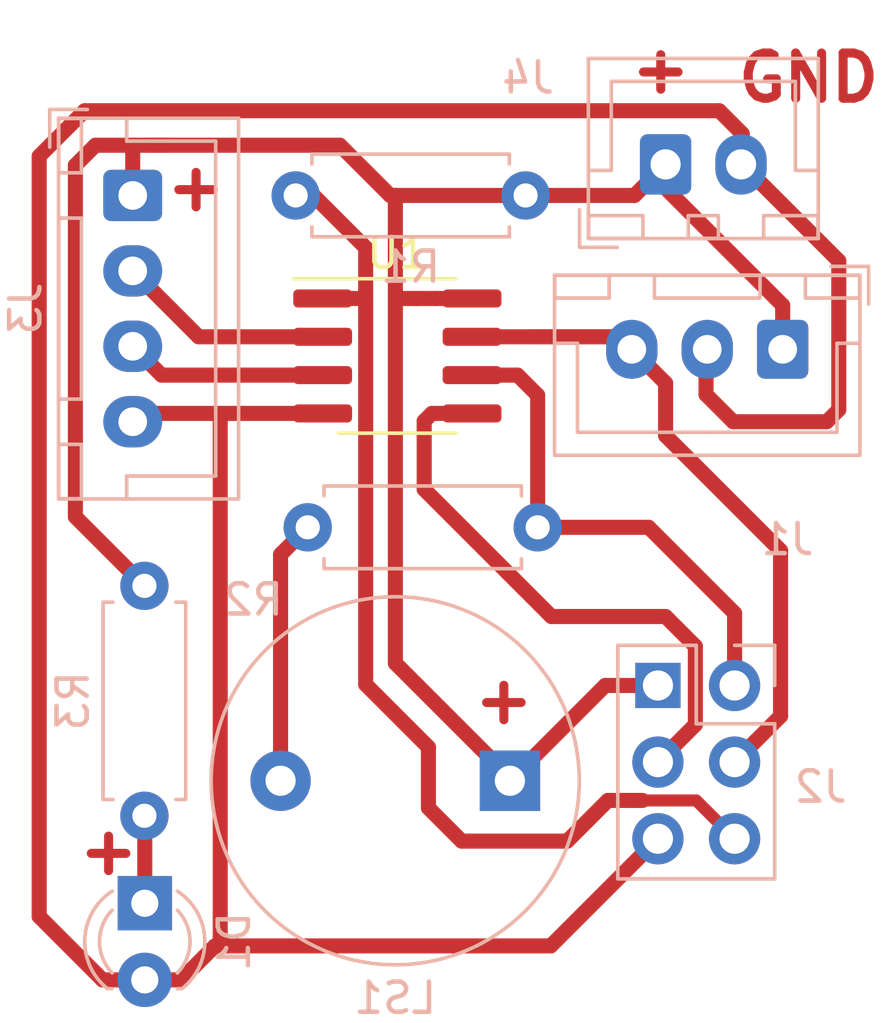
<source format=kicad_pcb>
(kicad_pcb (version 20171130) (host pcbnew "(5.1.9)-1")

  (general
    (thickness 1.6)
    (drawings 5)
    (tracks 95)
    (zones 0)
    (modules 10)
    (nets 11)
  )

  (page A4)
  (layers
    (0 F.Cu signal)
    (31 B.Cu signal)
    (32 B.Adhes user)
    (33 F.Adhes user)
    (34 B.Paste user)
    (35 F.Paste user)
    (36 B.SilkS user)
    (37 F.SilkS user)
    (38 B.Mask user)
    (39 F.Mask user)
    (40 Dwgs.User user)
    (41 Cmts.User user)
    (42 Eco1.User user)
    (43 Eco2.User user)
    (44 Edge.Cuts user)
    (45 Margin user)
    (46 B.CrtYd user)
    (47 F.CrtYd user)
    (48 B.Fab user)
    (49 F.Fab user)
  )

  (setup
    (last_trace_width 0.2)
    (user_trace_width 0.2)
    (user_trace_width 0.3)
    (user_trace_width 0.4)
    (user_trace_width 0.5)
    (trace_clearance 0.2)
    (zone_clearance 0.508)
    (zone_45_only no)
    (trace_min 0.2)
    (via_size 0.8)
    (via_drill 0.4)
    (via_min_size 0.4)
    (via_min_drill 0.3)
    (uvia_size 0.3)
    (uvia_drill 0.1)
    (uvias_allowed no)
    (uvia_min_size 0.2)
    (uvia_min_drill 0.1)
    (edge_width 0.05)
    (segment_width 0.2)
    (pcb_text_width 0.3)
    (pcb_text_size 1.5 1.5)
    (mod_edge_width 0.12)
    (mod_text_size 1 1)
    (mod_text_width 0.15)
    (pad_size 2 2)
    (pad_drill 1)
    (pad_to_mask_clearance 0)
    (aux_axis_origin 0 0)
    (visible_elements 7FFFFFFF)
    (pcbplotparams
      (layerselection 0x02000_7fffffff)
      (usegerberextensions false)
      (usegerberattributes true)
      (usegerberadvancedattributes true)
      (creategerberjobfile true)
      (excludeedgelayer false)
      (linewidth 0.100000)
      (plotframeref false)
      (viasonmask false)
      (mode 1)
      (useauxorigin false)
      (hpglpennumber 1)
      (hpglpenspeed 20)
      (hpglpendiameter 15.000000)
      (psnegative false)
      (psa4output false)
      (plotreference true)
      (plotvalue true)
      (plotinvisibletext false)
      (padsonsilk false)
      (subtractmaskfromsilk false)
      (outputformat 5)
      (mirror true)
      (drillshape 1)
      (scaleselection 1)
      (outputdirectory ""))
  )

  (net 0 "")
  (net 1 "Net-(D1-Pad1)")
  (net 2 "Net-(D1-Pad2)")
  (net 3 "Net-(J1-Pad1)")
  (net 4 "Net-(J1-Pad3)")
  (net 5 "Net-(J2-Pad1)")
  (net 6 "Net-(J2-Pad4)")
  (net 7 "Net-(J2-Pad5)")
  (net 8 "Net-(J3-Pad2)")
  (net 9 "Net-(J3-Pad3)")
  (net 10 "Net-(LS1-Pad1)")

  (net_class Default "This is the default net class."
    (clearance 0.2)
    (trace_width 0.25)
    (via_dia 0.8)
    (via_drill 0.4)
    (uvia_dia 0.3)
    (uvia_drill 0.1)
    (add_net "Net-(D1-Pad1)")
    (add_net "Net-(D1-Pad2)")
    (add_net "Net-(J1-Pad1)")
    (add_net "Net-(J1-Pad3)")
    (add_net "Net-(J2-Pad1)")
    (add_net "Net-(J2-Pad4)")
    (add_net "Net-(J2-Pad5)")
    (add_net "Net-(J3-Pad2)")
    (add_net "Net-(J3-Pad3)")
    (add_net "Net-(LS1-Pad1)")
  )

  (module Buzzer_Beeper:Buzzer_12x9.5RM7.6 (layer B.Cu) (tedit 60016F9D) (tstamp 6000A50D)
    (at 22.8 186.8)
    (descr "Generic Buzzer, D12mm height 9.5mm with RM7.6mm")
    (tags buzzer)
    (path /6000D536)
    (fp_text reference LS1 (at 3.8 7.2) (layer B.SilkS)
      (effects (font (size 1 1) (thickness 0.15)) (justify mirror))
    )
    (fp_text value Speaker_Crystal (at 3.8 -7.4) (layer B.Fab)
      (effects (font (size 1 1) (thickness 0.15)) (justify mirror))
    )
    (fp_text user %R (at 3.8 4) (layer B.Fab)
      (effects (font (size 1 1) (thickness 0.15)) (justify mirror))
    )
    (fp_circle (center 3.8 0) (end 10.05 0) (layer B.CrtYd) (width 0.05))
    (fp_circle (center 3.8 0) (end 9.8 0) (layer B.Fab) (width 0.1))
    (fp_circle (center 3.8 0) (end 4.8 0) (layer B.Fab) (width 0.1))
    (fp_circle (center 3.8 0) (end 9.9 0) (layer B.SilkS) (width 0.12))
    (pad 1 thru_hole oval (at 0 0) (size 2 2) (drill 1) (layers *.Cu *.Mask)
      (net 10 "Net-(LS1-Pad1)"))
    (pad 2 thru_hole rect (at 7.6 0) (size 2 2) (drill 1) (layers *.Cu *.Mask)
      (net 3 "Net-(J1-Pad1)"))
    (model ${KISYS3DMOD}/Buzzer_Beeper.3dshapes/Buzzer_12x9.5RM7.6.wrl
      (at (xyz 0 0 0))
      (scale (xyz 1 1 1))
      (rotate (xyz 0 0 0))
    )
  )

  (module LED_THT:LED_D3.0mm_Clear (layer B.Cu) (tedit 60016F21) (tstamp 6001BAB2)
    (at 18.3 193.4 90)
    (descr "IR-LED, diameter 3.0mm, 2 pins, color: clear")
    (tags "IR infrared LED diameter 3.0mm 2 pins clear")
    (path /60025FB9)
    (fp_text reference D1 (at 1.27 2.96 90) (layer B.SilkS)
      (effects (font (size 1 1) (thickness 0.15)) (justify mirror))
    )
    (fp_text value LED (at 1.27 -2.96 90) (layer B.Fab)
      (effects (font (size 1 1) (thickness 0.15)) (justify mirror))
    )
    (fp_text user %R (at 1.47 0 90) (layer B.Fab)
      (effects (font (size 0.8 0.8) (thickness 0.12)) (justify mirror))
    )
    (fp_arc (start 1.27 0) (end -0.23 1.16619) (angle -284.3) (layer B.Fab) (width 0.1))
    (fp_arc (start 1.27 0) (end -0.29 1.235516) (angle -108.8) (layer B.SilkS) (width 0.12))
    (fp_arc (start 1.27 0) (end -0.29 -1.235516) (angle 108.8) (layer B.SilkS) (width 0.12))
    (fp_arc (start 1.27 0) (end 0.229039 1.08) (angle -87.9) (layer B.SilkS) (width 0.12))
    (fp_arc (start 1.27 0) (end 0.229039 -1.08) (angle 87.9) (layer B.SilkS) (width 0.12))
    (fp_line (start -0.23 1.16619) (end -0.23 -1.16619) (layer B.Fab) (width 0.1))
    (fp_line (start -0.29 1.236) (end -0.29 1.08) (layer B.SilkS) (width 0.12))
    (fp_line (start -0.29 -1.08) (end -0.29 -1.236) (layer B.SilkS) (width 0.12))
    (fp_line (start -1.15 2.25) (end -1.15 -2.25) (layer B.CrtYd) (width 0.05))
    (fp_line (start -1.15 -2.25) (end 3.7 -2.25) (layer B.CrtYd) (width 0.05))
    (fp_line (start 3.7 -2.25) (end 3.7 2.25) (layer B.CrtYd) (width 0.05))
    (fp_line (start 3.7 2.25) (end -1.15 2.25) (layer B.CrtYd) (width 0.05))
    (fp_circle (center 1.27 0) (end 2.77 0) (layer B.Fab) (width 0.1))
    (pad 1 thru_hole oval (at 0 0 90) (size 1.8 1.8) (drill 0.9) (layers *.Cu *.Mask)
      (net 1 "Net-(D1-Pad1)"))
    (pad 2 thru_hole rect (at 2.54 0 90) (size 1.8 1.8) (drill 0.9) (layers *.Cu *.Mask)
      (net 2 "Net-(D1-Pad2)"))
    (model ${KISYS3DMOD}/LED_THT.3dshapes/LED_D3.0mm_Clear.wrl
      (at (xyz 0 0 0))
      (scale (xyz 1 1 1))
      (rotate (xyz 0 0 0))
    )
  )

  (module Resistor_THT:R_Axial_DIN0207_L6.3mm_D2.5mm_P7.62mm_Horizontal (layer B.Cu) (tedit 5AE5139B) (tstamp 60009188)
    (at 23.7 178.4)
    (descr "Resistor, Axial_DIN0207 series, Axial, Horizontal, pin pitch=7.62mm, 0.25W = 1/4W, length*diameter=6.3*2.5mm^2, http://cdn-reichelt.de/documents/datenblatt/B400/1_4W%23YAG.pdf")
    (tags "Resistor Axial_DIN0207 series Axial Horizontal pin pitch 7.62mm 0.25W = 1/4W length 6.3mm diameter 2.5mm")
    (path /600081E0)
    (fp_text reference R2 (at -1.8 2.4) (layer B.SilkS)
      (effects (font (size 1 1) (thickness 0.15)) (justify mirror))
    )
    (fp_text value "1 K" (at 8.8 2.6) (layer B.Fab)
      (effects (font (size 1 1) (thickness 0.15)) (justify mirror))
    )
    (fp_line (start 0.66 1.25) (end 0.66 -1.25) (layer B.Fab) (width 0.1))
    (fp_line (start 0.66 -1.25) (end 6.96 -1.25) (layer B.Fab) (width 0.1))
    (fp_line (start 6.96 -1.25) (end 6.96 1.25) (layer B.Fab) (width 0.1))
    (fp_line (start 6.96 1.25) (end 0.66 1.25) (layer B.Fab) (width 0.1))
    (fp_line (start 0 0) (end 0.66 0) (layer B.Fab) (width 0.1))
    (fp_line (start 7.62 0) (end 6.96 0) (layer B.Fab) (width 0.1))
    (fp_line (start 0.54 1.04) (end 0.54 1.37) (layer B.SilkS) (width 0.12))
    (fp_line (start 0.54 1.37) (end 7.08 1.37) (layer B.SilkS) (width 0.12))
    (fp_line (start 7.08 1.37) (end 7.08 1.04) (layer B.SilkS) (width 0.12))
    (fp_line (start 0.54 -1.04) (end 0.54 -1.37) (layer B.SilkS) (width 0.12))
    (fp_line (start 0.54 -1.37) (end 7.08 -1.37) (layer B.SilkS) (width 0.12))
    (fp_line (start 7.08 -1.37) (end 7.08 -1.04) (layer B.SilkS) (width 0.12))
    (fp_line (start -1.05 1.5) (end -1.05 -1.5) (layer B.CrtYd) (width 0.05))
    (fp_line (start -1.05 -1.5) (end 8.67 -1.5) (layer B.CrtYd) (width 0.05))
    (fp_line (start 8.67 -1.5) (end 8.67 1.5) (layer B.CrtYd) (width 0.05))
    (fp_line (start 8.67 1.5) (end -1.05 1.5) (layer B.CrtYd) (width 0.05))
    (fp_text user %R (at 3.81 0) (layer B.Fab)
      (effects (font (size 1 1) (thickness 0.15)) (justify mirror))
    )
    (pad 1 thru_hole circle (at 0 0) (size 1.6 1.6) (drill 0.8) (layers *.Cu *.Mask)
      (net 10 "Net-(LS1-Pad1)"))
    (pad 2 thru_hole oval (at 7.62 0) (size 1.6 1.6) (drill 0.8) (layers *.Cu *.Mask)
      (net 5 "Net-(J2-Pad1)"))
    (model ${KISYS3DMOD}/Resistor_THT.3dshapes/R_Axial_DIN0207_L6.3mm_D2.5mm_P7.62mm_Horizontal.wrl
      (at (xyz 0 0 0))
      (scale (xyz 1 1 1))
      (rotate (xyz 0 0 0))
    )
  )

  (module Connector_PinHeader_2.54mm:PinHeader_2x03_P2.54mm_Vertical (layer B.Cu) (tedit 6000ABB5) (tstamp 6000A50C)
    (at 37.846 183.642 180)
    (descr "Through hole straight pin header, 2x03, 2.54mm pitch, double rows")
    (tags "Through hole pin header THT 2x03 2.54mm double row")
    (path /60028A69)
    (fp_text reference J2 (at -2.854 -3.358) (layer B.SilkS)
      (effects (font (size 1 1) (thickness 0.15)) (justify mirror))
    )
    (fp_text value ICSP (at 1.27 -8.458) (layer B.Fab)
      (effects (font (size 1 1) (thickness 0.15)) (justify mirror))
    )
    (fp_line (start 4.35 1.8) (end -1.8 1.8) (layer B.CrtYd) (width 0.05))
    (fp_line (start 4.35 -6.85) (end 4.35 1.8) (layer B.CrtYd) (width 0.05))
    (fp_line (start -1.8 -6.85) (end 4.35 -6.85) (layer B.CrtYd) (width 0.05))
    (fp_line (start -1.8 1.8) (end -1.8 -6.85) (layer B.CrtYd) (width 0.05))
    (fp_line (start -1.33 1.33) (end 0 1.33) (layer B.SilkS) (width 0.12))
    (fp_line (start -1.33 0) (end -1.33 1.33) (layer B.SilkS) (width 0.12))
    (fp_line (start 1.27 1.33) (end 3.87 1.33) (layer B.SilkS) (width 0.12))
    (fp_line (start 1.27 -1.27) (end 1.27 1.33) (layer B.SilkS) (width 0.12))
    (fp_line (start -1.33 -1.27) (end 1.27 -1.27) (layer B.SilkS) (width 0.12))
    (fp_line (start 3.87 1.33) (end 3.87 -6.41) (layer B.SilkS) (width 0.12))
    (fp_line (start -1.33 -1.27) (end -1.33 -6.41) (layer B.SilkS) (width 0.12))
    (fp_line (start -1.33 -6.41) (end 3.87 -6.41) (layer B.SilkS) (width 0.12))
    (fp_line (start -1.27 0) (end 0 1.27) (layer B.Fab) (width 0.1))
    (fp_line (start -1.27 -6.35) (end -1.27 0) (layer B.Fab) (width 0.1))
    (fp_line (start 3.81 -6.35) (end -1.27 -6.35) (layer B.Fab) (width 0.1))
    (fp_line (start 3.81 1.27) (end 3.81 -6.35) (layer B.Fab) (width 0.1))
    (fp_line (start 0 1.27) (end 3.81 1.27) (layer B.Fab) (width 0.1))
    (fp_text user %R (at 1.27 -2.54 270) (layer B.Fab)
      (effects (font (size 1 1) (thickness 0.15)) (justify mirror))
    )
    (pad 6 thru_hole oval (at 2.54 -5.08 180) (size 1.7 1.7) (drill 1) (layers *.Cu *.Mask)
      (net 1 "Net-(D1-Pad1)"))
    (pad 5 thru_hole oval (at 0 -5.08 180) (size 1.7 1.7) (drill 1) (layers *.Cu *.Mask)
      (net 7 "Net-(J2-Pad5)"))
    (pad 4 thru_hole oval (at 2.54 -2.54 180) (size 1.7 1.7) (drill 1) (layers *.Cu *.Mask)
      (net 6 "Net-(J2-Pad4)"))
    (pad 3 thru_hole oval (at 0 -2.54 180) (size 1.7 1.7) (drill 1) (layers *.Cu *.Mask)
      (net 4 "Net-(J1-Pad3)"))
    (pad 2 thru_hole rect (at 2.54 0 180) (size 1.5 1.5) (drill 1) (layers *.Cu *.Mask)
      (net 3 "Net-(J1-Pad1)"))
    (pad 1 thru_hole oval (at 0 0 180) (size 1.7 1.7) (drill 1) (layers *.Cu *.Mask)
      (net 5 "Net-(J2-Pad1)"))
    (model ${KISYS3DMOD}/Connector_PinHeader_2.54mm.3dshapes/PinHeader_2x03_P2.54mm_Vertical.wrl
      (at (xyz 0 0 0))
      (scale (xyz 1 1 1))
      (rotate (xyz 0 0 0))
    )
  )

  (module Resistor_THT:R_Axial_DIN0207_L6.3mm_D2.5mm_P7.62mm_Horizontal (layer B.Cu) (tedit 5AE5139B) (tstamp 6000B38A)
    (at 23.3 167.4)
    (descr "Resistor, Axial_DIN0207 series, Axial, Horizontal, pin pitch=7.62mm, 0.25W = 1/4W, length*diameter=6.3*2.5mm^2, http://cdn-reichelt.de/documents/datenblatt/B400/1_4W%23YAG.pdf")
    (tags "Resistor Axial_DIN0207 series Axial Horizontal pin pitch 7.62mm 0.25W = 1/4W length 6.3mm diameter 2.5mm")
    (path /6000469C)
    (fp_text reference R1 (at 3.81 2.37) (layer B.SilkS)
      (effects (font (size 1 1) (thickness 0.15)) (justify mirror))
    )
    (fp_text value "10 K" (at 3.81 -2.37) (layer B.Fab)
      (effects (font (size 1 1) (thickness 0.15)) (justify mirror))
    )
    (fp_line (start 8.67 1.5) (end -1.05 1.5) (layer B.CrtYd) (width 0.05))
    (fp_line (start 8.67 -1.5) (end 8.67 1.5) (layer B.CrtYd) (width 0.05))
    (fp_line (start -1.05 -1.5) (end 8.67 -1.5) (layer B.CrtYd) (width 0.05))
    (fp_line (start -1.05 1.5) (end -1.05 -1.5) (layer B.CrtYd) (width 0.05))
    (fp_line (start 7.08 -1.37) (end 7.08 -1.04) (layer B.SilkS) (width 0.12))
    (fp_line (start 0.54 -1.37) (end 7.08 -1.37) (layer B.SilkS) (width 0.12))
    (fp_line (start 0.54 -1.04) (end 0.54 -1.37) (layer B.SilkS) (width 0.12))
    (fp_line (start 7.08 1.37) (end 7.08 1.04) (layer B.SilkS) (width 0.12))
    (fp_line (start 0.54 1.37) (end 7.08 1.37) (layer B.SilkS) (width 0.12))
    (fp_line (start 0.54 1.04) (end 0.54 1.37) (layer B.SilkS) (width 0.12))
    (fp_line (start 7.62 0) (end 6.96 0) (layer B.Fab) (width 0.1))
    (fp_line (start 0 0) (end 0.66 0) (layer B.Fab) (width 0.1))
    (fp_line (start 6.96 1.25) (end 0.66 1.25) (layer B.Fab) (width 0.1))
    (fp_line (start 6.96 -1.25) (end 6.96 1.25) (layer B.Fab) (width 0.1))
    (fp_line (start 0.66 -1.25) (end 6.96 -1.25) (layer B.Fab) (width 0.1))
    (fp_line (start 0.66 1.25) (end 0.66 -1.25) (layer B.Fab) (width 0.1))
    (fp_text user %R (at 3.81 0) (layer B.Fab)
      (effects (font (size 1 1) (thickness 0.15)) (justify mirror))
    )
    (pad 2 thru_hole oval (at 7.62 0) (size 1.6 1.6) (drill 0.8) (layers *.Cu *.Mask)
      (net 3 "Net-(J1-Pad1)"))
    (pad 1 thru_hole circle (at 0 0) (size 1.6 1.6) (drill 0.8) (layers *.Cu *.Mask)
      (net 7 "Net-(J2-Pad5)"))
    (model ${KISYS3DMOD}/Resistor_THT.3dshapes/R_Axial_DIN0207_L6.3mm_D2.5mm_P7.62mm_Horizontal.wrl
      (at (xyz 0 0 0))
      (scale (xyz 1 1 1))
      (rotate (xyz 0 0 0))
    )
  )

  (module Resistor_THT:R_Axial_DIN0207_L6.3mm_D2.5mm_P7.62mm_Horizontal (layer B.Cu) (tedit 5AE5139B) (tstamp 6001C0C1)
    (at 18.288 180.34 270)
    (descr "Resistor, Axial_DIN0207 series, Axial, Horizontal, pin pitch=7.62mm, 0.25W = 1/4W, length*diameter=6.3*2.5mm^2, http://cdn-reichelt.de/documents/datenblatt/B400/1_4W%23YAG.pdf")
    (tags "Resistor Axial_DIN0207 series Axial Horizontal pin pitch 7.62mm 0.25W = 1/4W length 6.3mm diameter 2.5mm")
    (path /6001FE02)
    (fp_text reference R3 (at 3.81 2.37 270) (layer B.SilkS)
      (effects (font (size 1 1) (thickness 0.15)) (justify mirror))
    )
    (fp_text value 470 (at 0.66 2.588 270) (layer B.Fab)
      (effects (font (size 1 1) (thickness 0.15)) (justify mirror))
    )
    (fp_line (start 8.67 1.5) (end -1.05 1.5) (layer B.CrtYd) (width 0.05))
    (fp_line (start 8.67 -1.5) (end 8.67 1.5) (layer B.CrtYd) (width 0.05))
    (fp_line (start -1.05 -1.5) (end 8.67 -1.5) (layer B.CrtYd) (width 0.05))
    (fp_line (start -1.05 1.5) (end -1.05 -1.5) (layer B.CrtYd) (width 0.05))
    (fp_line (start 7.08 -1.37) (end 7.08 -1.04) (layer B.SilkS) (width 0.12))
    (fp_line (start 0.54 -1.37) (end 7.08 -1.37) (layer B.SilkS) (width 0.12))
    (fp_line (start 0.54 -1.04) (end 0.54 -1.37) (layer B.SilkS) (width 0.12))
    (fp_line (start 7.08 1.37) (end 7.08 1.04) (layer B.SilkS) (width 0.12))
    (fp_line (start 0.54 1.37) (end 7.08 1.37) (layer B.SilkS) (width 0.12))
    (fp_line (start 0.54 1.04) (end 0.54 1.37) (layer B.SilkS) (width 0.12))
    (fp_line (start 7.62 0) (end 6.96 0) (layer B.Fab) (width 0.1))
    (fp_line (start 0 0) (end 0.66 0) (layer B.Fab) (width 0.1))
    (fp_line (start 6.96 1.25) (end 0.66 1.25) (layer B.Fab) (width 0.1))
    (fp_line (start 6.96 -1.25) (end 6.96 1.25) (layer B.Fab) (width 0.1))
    (fp_line (start 0.66 -1.25) (end 6.96 -1.25) (layer B.Fab) (width 0.1))
    (fp_line (start 0.66 1.25) (end 0.66 -1.25) (layer B.Fab) (width 0.1))
    (fp_text user %R (at 3.81 0 270) (layer B.Fab)
      (effects (font (size 1 1) (thickness 0.15)) (justify mirror))
    )
    (pad 2 thru_hole oval (at 7.62 0 270) (size 1.6 1.6) (drill 0.8) (layers *.Cu *.Mask)
      (net 2 "Net-(D1-Pad2)"))
    (pad 1 thru_hole circle (at 0 0 270) (size 1.6 1.6) (drill 0.8) (layers *.Cu *.Mask)
      (net 3 "Net-(J1-Pad1)"))
    (model ${KISYS3DMOD}/Resistor_THT.3dshapes/R_Axial_DIN0207_L6.3mm_D2.5mm_P7.62mm_Horizontal.wrl
      (at (xyz 0 0 0))
      (scale (xyz 1 1 1))
      (rotate (xyz 0 0 0))
    )
  )

  (module Package_SO:SOIC-8_3.9x4.9mm_P1.27mm (layer F.Cu) (tedit 5D9F72B1) (tstamp 600091B9)
    (at 26.67 172.72)
    (descr "SOIC, 8 Pin (JEDEC MS-012AA, https://www.analog.com/media/en/package-pcb-resources/package/pkg_pdf/soic_narrow-r/r_8.pdf), generated with kicad-footprint-generator ipc_gullwing_generator.py")
    (tags "SOIC SO")
    (path /60003B81)
    (attr smd)
    (fp_text reference U1 (at 0 -3.4) (layer F.SilkS)
      (effects (font (size 1 1) (thickness 0.15)))
    )
    (fp_text value ATtiny13A-SSU (at 0 3.4) (layer F.Fab)
      (effects (font (size 1 1) (thickness 0.15)))
    )
    (fp_line (start 3.7 -2.7) (end -3.7 -2.7) (layer F.CrtYd) (width 0.05))
    (fp_line (start 3.7 2.7) (end 3.7 -2.7) (layer F.CrtYd) (width 0.05))
    (fp_line (start -3.7 2.7) (end 3.7 2.7) (layer F.CrtYd) (width 0.05))
    (fp_line (start -3.7 -2.7) (end -3.7 2.7) (layer F.CrtYd) (width 0.05))
    (fp_line (start -1.95 -1.475) (end -0.975 -2.45) (layer F.Fab) (width 0.1))
    (fp_line (start -1.95 2.45) (end -1.95 -1.475) (layer F.Fab) (width 0.1))
    (fp_line (start 1.95 2.45) (end -1.95 2.45) (layer F.Fab) (width 0.1))
    (fp_line (start 1.95 -2.45) (end 1.95 2.45) (layer F.Fab) (width 0.1))
    (fp_line (start -0.975 -2.45) (end 1.95 -2.45) (layer F.Fab) (width 0.1))
    (fp_line (start 0 -2.56) (end -3.45 -2.56) (layer F.SilkS) (width 0.12))
    (fp_line (start 0 -2.56) (end 1.95 -2.56) (layer F.SilkS) (width 0.12))
    (fp_line (start 0 2.56) (end -1.95 2.56) (layer F.SilkS) (width 0.12))
    (fp_line (start 0 2.56) (end 1.95 2.56) (layer F.SilkS) (width 0.12))
    (fp_text user %R (at 0 0) (layer F.Fab)
      (effects (font (size 0.98 0.98) (thickness 0.15)))
    )
    (pad 8 smd roundrect (at 2.475 -1.905) (size 1.95 0.6) (layers F.Cu F.Paste F.Mask) (roundrect_rratio 0.25)
      (net 3 "Net-(J1-Pad1)"))
    (pad 7 smd roundrect (at 2.475 -0.635) (size 1.95 0.6) (layers F.Cu F.Paste F.Mask) (roundrect_rratio 0.25)
      (net 4 "Net-(J1-Pad3)"))
    (pad 6 smd roundrect (at 2.475 0.635) (size 1.95 0.6) (layers F.Cu F.Paste F.Mask) (roundrect_rratio 0.25)
      (net 5 "Net-(J2-Pad1)"))
    (pad 5 smd roundrect (at 2.475 1.905) (size 1.95 0.6) (layers F.Cu F.Paste F.Mask) (roundrect_rratio 0.25)
      (net 6 "Net-(J2-Pad4)"))
    (pad 4 smd roundrect (at -2.475 1.905) (size 1.95 0.6) (layers F.Cu F.Paste F.Mask) (roundrect_rratio 0.25)
      (net 1 "Net-(D1-Pad1)"))
    (pad 3 smd roundrect (at -2.475 0.635) (size 1.95 0.6) (layers F.Cu F.Paste F.Mask) (roundrect_rratio 0.25)
      (net 9 "Net-(J3-Pad3)"))
    (pad 2 smd roundrect (at -2.475 -0.635) (size 1.95 0.6) (layers F.Cu F.Paste F.Mask) (roundrect_rratio 0.25)
      (net 8 "Net-(J3-Pad2)"))
    (pad 1 smd roundrect (at -2.475 -1.905) (size 1.95 0.6) (layers F.Cu F.Paste F.Mask) (roundrect_rratio 0.25)
      (net 7 "Net-(J2-Pad5)"))
    (model ${KISYS3DMOD}/Package_SO.3dshapes/SOIC-8_3.9x4.9mm_P1.27mm.wrl
      (at (xyz 0 0 0))
      (scale (xyz 1 1 1))
      (rotate (xyz 0 0 0))
    )
  )

  (module Connector_JST:JST_XH_B3B-XH-A_1x03_P2.50mm_Vertical (layer B.Cu) (tedit 5C28146C) (tstamp 6001B846)
    (at 39.44 172.5 180)
    (descr "JST XH series connector, B3B-XH-A (http://www.jst-mfg.com/product/pdf/eng/eXH.pdf), generated with kicad-footprint-generator")
    (tags "connector JST XH vertical")
    (path /6000BAC1)
    (fp_text reference J1 (at -0.16 -6.3) (layer B.SilkS)
      (effects (font (size 1 1) (thickness 0.15)) (justify mirror))
    )
    (fp_text value "Current sensor" (at 2.5 -4.6) (layer B.Fab)
      (effects (font (size 1 1) (thickness 0.15)) (justify mirror))
    )
    (fp_line (start -2.85 2.75) (end -2.85 1.5) (layer B.SilkS) (width 0.12))
    (fp_line (start -1.6 2.75) (end -2.85 2.75) (layer B.SilkS) (width 0.12))
    (fp_line (start 6.8 -2.75) (end 2.5 -2.75) (layer B.SilkS) (width 0.12))
    (fp_line (start 6.8 0.2) (end 6.8 -2.75) (layer B.SilkS) (width 0.12))
    (fp_line (start 7.55 0.2) (end 6.8 0.2) (layer B.SilkS) (width 0.12))
    (fp_line (start -1.8 -2.75) (end 2.5 -2.75) (layer B.SilkS) (width 0.12))
    (fp_line (start -1.8 0.2) (end -1.8 -2.75) (layer B.SilkS) (width 0.12))
    (fp_line (start -2.55 0.2) (end -1.8 0.2) (layer B.SilkS) (width 0.12))
    (fp_line (start 7.55 2.45) (end 5.75 2.45) (layer B.SilkS) (width 0.12))
    (fp_line (start 7.55 1.7) (end 7.55 2.45) (layer B.SilkS) (width 0.12))
    (fp_line (start 5.75 1.7) (end 7.55 1.7) (layer B.SilkS) (width 0.12))
    (fp_line (start 5.75 2.45) (end 5.75 1.7) (layer B.SilkS) (width 0.12))
    (fp_line (start -0.75 2.45) (end -2.55 2.45) (layer B.SilkS) (width 0.12))
    (fp_line (start -0.75 1.7) (end -0.75 2.45) (layer B.SilkS) (width 0.12))
    (fp_line (start -2.55 1.7) (end -0.75 1.7) (layer B.SilkS) (width 0.12))
    (fp_line (start -2.55 2.45) (end -2.55 1.7) (layer B.SilkS) (width 0.12))
    (fp_line (start 4.25 2.45) (end 0.75 2.45) (layer B.SilkS) (width 0.12))
    (fp_line (start 4.25 1.7) (end 4.25 2.45) (layer B.SilkS) (width 0.12))
    (fp_line (start 0.75 1.7) (end 4.25 1.7) (layer B.SilkS) (width 0.12))
    (fp_line (start 0.75 2.45) (end 0.75 1.7) (layer B.SilkS) (width 0.12))
    (fp_line (start 0 1.35) (end 0.625 2.35) (layer B.Fab) (width 0.1))
    (fp_line (start -0.625 2.35) (end 0 1.35) (layer B.Fab) (width 0.1))
    (fp_line (start 7.95 2.85) (end -2.95 2.85) (layer B.CrtYd) (width 0.05))
    (fp_line (start 7.95 -3.9) (end 7.95 2.85) (layer B.CrtYd) (width 0.05))
    (fp_line (start -2.95 -3.9) (end 7.95 -3.9) (layer B.CrtYd) (width 0.05))
    (fp_line (start -2.95 2.85) (end -2.95 -3.9) (layer B.CrtYd) (width 0.05))
    (fp_line (start 7.56 2.46) (end -2.56 2.46) (layer B.SilkS) (width 0.12))
    (fp_line (start 7.56 -3.51) (end 7.56 2.46) (layer B.SilkS) (width 0.12))
    (fp_line (start -2.56 -3.51) (end 7.56 -3.51) (layer B.SilkS) (width 0.12))
    (fp_line (start -2.56 2.46) (end -2.56 -3.51) (layer B.SilkS) (width 0.12))
    (fp_line (start 7.45 2.35) (end -2.45 2.35) (layer B.Fab) (width 0.1))
    (fp_line (start 7.45 -3.4) (end 7.45 2.35) (layer B.Fab) (width 0.1))
    (fp_line (start -2.45 -3.4) (end 7.45 -3.4) (layer B.Fab) (width 0.1))
    (fp_line (start -2.45 2.35) (end -2.45 -3.4) (layer B.Fab) (width 0.1))
    (pad 1 thru_hole roundrect (at 0 0 180) (size 1.7 1.95) (drill 0.95) (layers *.Cu *.Mask) (roundrect_rratio 0.1470588235294118)
      (net 3 "Net-(J1-Pad1)"))
    (pad 2 thru_hole oval (at 2.5 0 180) (size 1.7 1.95) (drill 0.95) (layers *.Cu *.Mask)
      (net 1 "Net-(D1-Pad1)"))
    (pad 3 thru_hole oval (at 5 0 180) (size 1.7 1.95) (drill 0.95) (layers *.Cu *.Mask)
      (net 4 "Net-(J1-Pad3)"))
    (model ${KISYS3DMOD}/Connector_JST.3dshapes/JST_XH_B3B-XH-A_1x03_P2.50mm_Vertical.wrl
      (at (xyz 0 0 0))
      (scale (xyz 1 1 1))
      (rotate (xyz 0 0 0))
    )
  )

  (module Connector_JST:JST_XH_B4B-XH-A_1x04_P2.50mm_Vertical (layer B.Cu) (tedit 5C28146C) (tstamp 6001B940)
    (at 17.9 167.4 270)
    (descr "JST XH series connector, B4B-XH-A (http://www.jst-mfg.com/product/pdf/eng/eXH.pdf), generated with kicad-footprint-generator")
    (tags "connector JST XH vertical")
    (path /6000B24E)
    (fp_text reference J3 (at 3.75 3.55 90) (layer B.SilkS)
      (effects (font (size 1 1) (thickness 0.15)) (justify mirror))
    )
    (fp_text value "Relay box" (at 3.75 -4.6 90) (layer B.Fab)
      (effects (font (size 1 1) (thickness 0.15)) (justify mirror))
    )
    (fp_line (start -2.85 2.75) (end -2.85 1.5) (layer B.SilkS) (width 0.12))
    (fp_line (start -1.6 2.75) (end -2.85 2.75) (layer B.SilkS) (width 0.12))
    (fp_line (start 9.3 -2.75) (end 3.75 -2.75) (layer B.SilkS) (width 0.12))
    (fp_line (start 9.3 0.2) (end 9.3 -2.75) (layer B.SilkS) (width 0.12))
    (fp_line (start 10.05 0.2) (end 9.3 0.2) (layer B.SilkS) (width 0.12))
    (fp_line (start -1.8 -2.75) (end 3.75 -2.75) (layer B.SilkS) (width 0.12))
    (fp_line (start -1.8 0.2) (end -1.8 -2.75) (layer B.SilkS) (width 0.12))
    (fp_line (start -2.55 0.2) (end -1.8 0.2) (layer B.SilkS) (width 0.12))
    (fp_line (start 10.05 2.45) (end 8.25 2.45) (layer B.SilkS) (width 0.12))
    (fp_line (start 10.05 1.7) (end 10.05 2.45) (layer B.SilkS) (width 0.12))
    (fp_line (start 8.25 1.7) (end 10.05 1.7) (layer B.SilkS) (width 0.12))
    (fp_line (start 8.25 2.45) (end 8.25 1.7) (layer B.SilkS) (width 0.12))
    (fp_line (start -0.75 2.45) (end -2.55 2.45) (layer B.SilkS) (width 0.12))
    (fp_line (start -0.75 1.7) (end -0.75 2.45) (layer B.SilkS) (width 0.12))
    (fp_line (start -2.55 1.7) (end -0.75 1.7) (layer B.SilkS) (width 0.12))
    (fp_line (start -2.55 2.45) (end -2.55 1.7) (layer B.SilkS) (width 0.12))
    (fp_line (start 6.75 2.45) (end 0.75 2.45) (layer B.SilkS) (width 0.12))
    (fp_line (start 6.75 1.7) (end 6.75 2.45) (layer B.SilkS) (width 0.12))
    (fp_line (start 0.75 1.7) (end 6.75 1.7) (layer B.SilkS) (width 0.12))
    (fp_line (start 0.75 2.45) (end 0.75 1.7) (layer B.SilkS) (width 0.12))
    (fp_line (start 0 1.35) (end 0.625 2.35) (layer B.Fab) (width 0.1))
    (fp_line (start -0.625 2.35) (end 0 1.35) (layer B.Fab) (width 0.1))
    (fp_line (start 10.45 2.85) (end -2.95 2.85) (layer B.CrtYd) (width 0.05))
    (fp_line (start 10.45 -3.9) (end 10.45 2.85) (layer B.CrtYd) (width 0.05))
    (fp_line (start -2.95 -3.9) (end 10.45 -3.9) (layer B.CrtYd) (width 0.05))
    (fp_line (start -2.95 2.85) (end -2.95 -3.9) (layer B.CrtYd) (width 0.05))
    (fp_line (start 10.06 2.46) (end -2.56 2.46) (layer B.SilkS) (width 0.12))
    (fp_line (start 10.06 -3.51) (end 10.06 2.46) (layer B.SilkS) (width 0.12))
    (fp_line (start -2.56 -3.51) (end 10.06 -3.51) (layer B.SilkS) (width 0.12))
    (fp_line (start -2.56 2.46) (end -2.56 -3.51) (layer B.SilkS) (width 0.12))
    (fp_line (start 9.95 2.35) (end -2.45 2.35) (layer B.Fab) (width 0.1))
    (fp_line (start 9.95 -3.4) (end 9.95 2.35) (layer B.Fab) (width 0.1))
    (fp_line (start -2.45 -3.4) (end 9.95 -3.4) (layer B.Fab) (width 0.1))
    (fp_line (start -2.45 2.35) (end -2.45 -3.4) (layer B.Fab) (width 0.1))
    (fp_text user %R (at 3.75 -2.7 90) (layer B.Fab)
      (effects (font (size 1 1) (thickness 0.15)) (justify mirror))
    )
    (pad 1 thru_hole roundrect (at 0 0 270) (size 1.7 1.95) (drill 0.95) (layers *.Cu *.Mask) (roundrect_rratio 0.1470588235294118)
      (net 3 "Net-(J1-Pad1)"))
    (pad 2 thru_hole oval (at 2.5 0 270) (size 1.7 1.95) (drill 0.95) (layers *.Cu *.Mask)
      (net 8 "Net-(J3-Pad2)"))
    (pad 3 thru_hole oval (at 5 0 270) (size 1.7 1.95) (drill 0.95) (layers *.Cu *.Mask)
      (net 9 "Net-(J3-Pad3)"))
    (pad 4 thru_hole oval (at 7.5 0 270) (size 1.7 1.95) (drill 0.95) (layers *.Cu *.Mask)
      (net 1 "Net-(D1-Pad1)"))
    (model ${KISYS3DMOD}/Connector_JST.3dshapes/JST_XH_B4B-XH-A_1x04_P2.50mm_Vertical.wrl
      (at (xyz 0 0 0))
      (scale (xyz 1 1 1))
      (rotate (xyz 0 0 0))
    )
  )

  (module Connector_JST:JST_XH_B2B-XH-A_1x02_P2.50mm_Vertical (layer B.Cu) (tedit 5C28146C) (tstamp 6001B899)
    (at 35.56 166.37)
    (descr "JST XH series connector, B2B-XH-A (http://www.jst-mfg.com/product/pdf/eng/eXH.pdf), generated with kicad-footprint-generator")
    (tags "connector JST XH vertical")
    (path /60009436)
    (fp_text reference J4 (at -4.56 -2.87) (layer B.SilkS)
      (effects (font (size 1 1) (thickness 0.15)) (justify mirror))
    )
    (fp_text value "Power supply" (at 1.25 -4.6) (layer B.Fab)
      (effects (font (size 1 1) (thickness 0.15)) (justify mirror))
    )
    (fp_line (start -2.85 2.75) (end -2.85 1.5) (layer B.SilkS) (width 0.12))
    (fp_line (start -1.6 2.75) (end -2.85 2.75) (layer B.SilkS) (width 0.12))
    (fp_line (start 4.3 -2.75) (end 1.25 -2.75) (layer B.SilkS) (width 0.12))
    (fp_line (start 4.3 0.2) (end 4.3 -2.75) (layer B.SilkS) (width 0.12))
    (fp_line (start 5.05 0.2) (end 4.3 0.2) (layer B.SilkS) (width 0.12))
    (fp_line (start -1.8 -2.75) (end 1.25 -2.75) (layer B.SilkS) (width 0.12))
    (fp_line (start -1.8 0.2) (end -1.8 -2.75) (layer B.SilkS) (width 0.12))
    (fp_line (start -2.55 0.2) (end -1.8 0.2) (layer B.SilkS) (width 0.12))
    (fp_line (start 5.05 2.45) (end 3.25 2.45) (layer B.SilkS) (width 0.12))
    (fp_line (start 5.05 1.7) (end 5.05 2.45) (layer B.SilkS) (width 0.12))
    (fp_line (start 3.25 1.7) (end 5.05 1.7) (layer B.SilkS) (width 0.12))
    (fp_line (start 3.25 2.45) (end 3.25 1.7) (layer B.SilkS) (width 0.12))
    (fp_line (start -0.75 2.45) (end -2.55 2.45) (layer B.SilkS) (width 0.12))
    (fp_line (start -0.75 1.7) (end -0.75 2.45) (layer B.SilkS) (width 0.12))
    (fp_line (start -2.55 1.7) (end -0.75 1.7) (layer B.SilkS) (width 0.12))
    (fp_line (start -2.55 2.45) (end -2.55 1.7) (layer B.SilkS) (width 0.12))
    (fp_line (start 1.75 2.45) (end 0.75 2.45) (layer B.SilkS) (width 0.12))
    (fp_line (start 1.75 1.7) (end 1.75 2.45) (layer B.SilkS) (width 0.12))
    (fp_line (start 0.75 1.7) (end 1.75 1.7) (layer B.SilkS) (width 0.12))
    (fp_line (start 0.75 2.45) (end 0.75 1.7) (layer B.SilkS) (width 0.12))
    (fp_line (start 0 1.35) (end 0.625 2.35) (layer B.Fab) (width 0.1))
    (fp_line (start -0.625 2.35) (end 0 1.35) (layer B.Fab) (width 0.1))
    (fp_line (start 5.45 2.85) (end -2.95 2.85) (layer B.CrtYd) (width 0.05))
    (fp_line (start 5.45 -3.9) (end 5.45 2.85) (layer B.CrtYd) (width 0.05))
    (fp_line (start -2.95 -3.9) (end 5.45 -3.9) (layer B.CrtYd) (width 0.05))
    (fp_line (start -2.95 2.85) (end -2.95 -3.9) (layer B.CrtYd) (width 0.05))
    (fp_line (start 5.06 2.46) (end -2.56 2.46) (layer B.SilkS) (width 0.12))
    (fp_line (start 5.06 -3.51) (end 5.06 2.46) (layer B.SilkS) (width 0.12))
    (fp_line (start -2.56 -3.51) (end 5.06 -3.51) (layer B.SilkS) (width 0.12))
    (fp_line (start -2.56 2.46) (end -2.56 -3.51) (layer B.SilkS) (width 0.12))
    (fp_line (start 4.95 2.35) (end -2.45 2.35) (layer B.Fab) (width 0.1))
    (fp_line (start 4.95 -3.4) (end 4.95 2.35) (layer B.Fab) (width 0.1))
    (fp_line (start -2.45 -3.4) (end 4.95 -3.4) (layer B.Fab) (width 0.1))
    (fp_line (start -2.45 2.35) (end -2.45 -3.4) (layer B.Fab) (width 0.1))
    (pad 1 thru_hole roundrect (at 0 0) (size 1.7 2) (drill 1) (layers *.Cu *.Mask) (roundrect_rratio 0.1470588235294118)
      (net 3 "Net-(J1-Pad1)"))
    (pad 2 thru_hole oval (at 2.5 0) (size 1.7 2) (drill 1) (layers *.Cu *.Mask)
      (net 1 "Net-(D1-Pad1)"))
    (model ${KISYS3DMOD}/Connector_JST.3dshapes/JST_XH_B2B-XH-A_1x02_P2.50mm_Vertical.wrl
      (at (xyz 0 0 0))
      (scale (xyz 1 1 1))
      (rotate (xyz 0 0 0))
    )
  )

  (gr_text + (at 20 167.1) (layer F.Cu) (tstamp 6001C557)
    (effects (font (size 1.5 1.5) (thickness 0.3)))
  )
  (gr_text + (at 17.1 189.1) (layer F.Cu) (tstamp 6001C557)
    (effects (font (size 1.5 1.5) (thickness 0.3)))
  )
  (gr_text + (at 30.2 184.1) (layer F.Cu) (tstamp 6001C3B0)
    (effects (font (size 1.5 1.5) (thickness 0.3)))
  )
  (gr_text GND (at 40.3 163.5) (layer F.Cu)
    (effects (font (size 1.5 1.5) (thickness 0.3)))
  )
  (gr_text + (at 35.4 163.2) (layer F.Cu)
    (effects (font (size 1.5 1.5) (thickness 0.3)))
  )

  (segment (start 31.754 192.274) (end 21.082 192.274) (width 0.5) (layer F.Cu) (net 1))
  (segment (start 35.306 188.722) (end 31.754 192.274) (width 0.5) (layer F.Cu) (net 1))
  (segment (start 36.9 174) (end 36.9 172.5) (width 0.5) (layer F.Cu) (net 1))
  (segment (start 40.9 174.9) (end 37.8 174.9) (width 0.5) (layer F.Cu) (net 1))
  (segment (start 41.3 174.5) (end 40.9 174.9) (width 0.5) (layer F.Cu) (net 1))
  (segment (start 38.1 165.354) (end 38.1 166.37) (width 0.5) (layer F.Cu) (net 1))
  (segment (start 37.8 174.9) (end 36.9 174) (width 0.5) (layer F.Cu) (net 1))
  (segment (start 37.338 164.592) (end 38.1 165.354) (width 0.5) (layer F.Cu) (net 1))
  (segment (start 16.308 164.592) (end 37.338 164.592) (width 0.5) (layer F.Cu) (net 1))
  (segment (start 14.8 166.1) (end 16.308 164.592) (width 0.5) (layer F.Cu) (net 1))
  (segment (start 41.3 169.57) (end 41.3 174.5) (width 0.5) (layer F.Cu) (net 1))
  (segment (start 14.8 191.3) (end 14.8 166.1) (width 0.5) (layer F.Cu) (net 1))
  (segment (start 38.1 166.37) (end 41.3 169.57) (width 0.5) (layer F.Cu) (net 1))
  (segment (start 16.9 193.4) (end 14.8 191.3) (width 0.5) (layer F.Cu) (net 1))
  (segment (start 16.9 193.4) (end 18.3 193.4) (width 0.5) (layer F.Cu) (net 1))
  (segment (start 19.5 193.4) (end 18.3 193.4) (width 0.5) (layer F.Cu) (net 1))
  (segment (start 20.626 192.274) (end 19.5 193.4) (width 0.5) (layer F.Cu) (net 1))
  (segment (start 21.082 192.274) (end 20.626 192.274) (width 0.5) (layer F.Cu) (net 1))
  (segment (start 18.175 174.625) (end 17.9 174.9) (width 0.5) (layer F.Cu) (net 1))
  (segment (start 24.195 174.625) (end 18.175 174.625) (width 0.5) (layer F.Cu) (net 1))
  (segment (start 20.8 174.65) (end 20.825 174.625) (width 0.5) (layer F.Cu) (net 1))
  (segment (start 20.8 191.992) (end 20.8 174.65) (width 0.5) (layer F.Cu) (net 1))
  (segment (start 21.082 192.274) (end 20.8 191.992) (width 0.5) (layer F.Cu) (net 1))
  (segment (start 18.3 187.972) (end 18.288 187.96) (width 0.5) (layer F.Cu) (net 2))
  (segment (start 18.3 190.86) (end 18.3 187.972) (width 0.5) (layer F.Cu) (net 2))
  (segment (start 27.94 170.815) (end 29.145 170.815) (width 0.5) (layer F.Cu) (net 3))
  (segment (start 27.94 170.815) (end 27.305 170.815) (width 0.5) (layer F.Cu) (net 3))
  (segment (start 27.305 170.815) (end 26.67 170.815) (width 0.5) (layer F.Cu) (net 3))
  (segment (start 19.05 165.735) (end 18.415 165.735) (width 0.5) (layer F.Cu) (net 3))
  (segment (start 19.177 165.735) (end 18.415 165.735) (width 0.5) (layer F.Cu) (net 3))
  (segment (start 24.765 165.735) (end 19.177 165.735) (width 0.5) (layer F.Cu) (net 3))
  (segment (start 16 178.052) (end 18.288 180.34) (width 0.5) (layer F.Cu) (net 3))
  (segment (start 16 166.4) (end 16 178.052) (width 0.5) (layer F.Cu) (net 3))
  (segment (start 16.665 165.735) (end 16 166.4) (width 0.5) (layer F.Cu) (net 3))
  (segment (start 17.9 165.8) (end 17.965 165.735) (width 0.5) (layer F.Cu) (net 3))
  (segment (start 17.9 167.4) (end 17.9 165.8) (width 0.5) (layer F.Cu) (net 3))
  (segment (start 17.965 165.735) (end 16.665 165.735) (width 0.5) (layer F.Cu) (net 3))
  (segment (start 18.415 165.735) (end 17.965 165.735) (width 0.5) (layer F.Cu) (net 3))
  (segment (start 39.44 171.04) (end 39.44 172.5) (width 0.5) (layer F.Cu) (net 3))
  (segment (start 35.56 167.16) (end 39.44 171.04) (width 0.5) (layer F.Cu) (net 3))
  (segment (start 35.56 166.37) (end 35.56 167.16) (width 0.5) (layer F.Cu) (net 3))
  (segment (start 34.53 167.4) (end 30.92 167.4) (width 0.5) (layer F.Cu) (net 3))
  (segment (start 35.56 166.37) (end 34.53 167.4) (width 0.5) (layer F.Cu) (net 3))
  (segment (start 26.43 167.4) (end 24.765 165.735) (width 0.5) (layer F.Cu) (net 3))
  (segment (start 30.92 167.4) (end 26.43 167.4) (width 0.5) (layer F.Cu) (net 3))
  (segment (start 33.558 183.642) (end 35.306 183.642) (width 0.5) (layer F.Cu) (net 3))
  (segment (start 30.45 186.75) (end 33.558 183.642) (width 0.5) (layer F.Cu) (net 3))
  (segment (start 26.60499 182.90499) (end 30.45 186.75) (width 0.5) (layer F.Cu) (net 3))
  (segment (start 26.60499 167.40499) (end 26.60499 182.90499) (width 0.5) (layer F.Cu) (net 3))
  (segment (start 26.6 167.4) (end 26.60499 167.40499) (width 0.5) (layer F.Cu) (net 3))
  (segment (start 29.145 172.085) (end 31.115 172.085) (width 0.5) (layer F.Cu) (net 4))
  (segment (start 33.945 172.085) (end 34.36 172.5) (width 0.5) (layer F.Cu) (net 4))
  (segment (start 31.115 172.085) (end 33.945 172.085) (width 0.5) (layer F.Cu) (net 4))
  (segment (start 39.37 184.658) (end 37.846 186.182) (width 0.5) (layer F.Cu) (net 4))
  (segment (start 35.56 173.62) (end 35.56 175.36) (width 0.5) (layer F.Cu) (net 4))
  (segment (start 35.56 175.36) (end 39.37 179.17) (width 0.5) (layer F.Cu) (net 4))
  (segment (start 34.025 172.085) (end 35.56 173.62) (width 0.5) (layer F.Cu) (net 4))
  (segment (start 39.37 179.17) (end 39.37 184.658) (width 0.5) (layer F.Cu) (net 4))
  (segment (start 31.115 172.085) (end 34.025 172.085) (width 0.5) (layer F.Cu) (net 4))
  (segment (start 35 178.4) (end 31.32 178.4) (width 0.5) (layer F.Cu) (net 5))
  (segment (start 37.846 181.246) (end 35 178.4) (width 0.5) (layer F.Cu) (net 5))
  (segment (start 37.846 183.642) (end 37.846 181.246) (width 0.5) (layer F.Cu) (net 5))
  (segment (start 31.32 178.4) (end 31.32 174.02) (width 0.5) (layer F.Cu) (net 5))
  (segment (start 30.655 173.355) (end 29.145 173.355) (width 0.5) (layer F.Cu) (net 5))
  (segment (start 31.32 174.02) (end 30.655 173.355) (width 0.5) (layer F.Cu) (net 5))
  (segment (start 27.559 174.879) (end 27.559 177.138962) (width 0.5) (layer F.Cu) (net 6))
  (segment (start 27.813 174.625) (end 27.559 174.879) (width 0.5) (layer F.Cu) (net 6))
  (segment (start 29.145 174.625) (end 27.813 174.625) (width 0.5) (layer F.Cu) (net 6))
  (segment (start 27.559 177.138962) (end 31.776038 181.356) (width 0.5) (layer F.Cu) (net 6))
  (segment (start 31.776038 181.356) (end 35.56 181.356) (width 0.5) (layer F.Cu) (net 6))
  (segment (start 36.545999 184.942001) (end 35.306 186.182) (width 0.5) (layer F.Cu) (net 6))
  (segment (start 36.545999 182.341999) (end 36.545999 184.942001) (width 0.5) (layer F.Cu) (net 6))
  (segment (start 35.56 181.356) (end 36.545999 182.341999) (width 0.5) (layer F.Cu) (net 6))
  (segment (start 36.576 187.452) (end 37.846 188.722) (width 0.4) (layer F.Cu) (net 7))
  (segment (start 34.798 187.452) (end 36.576 187.452) (width 0.4) (layer F.Cu) (net 7))
  (segment (start 25.527 170.815) (end 25.62001 170.90801) (width 0.5) (layer F.Cu) (net 7))
  (segment (start 24.195 170.815) (end 25.527 170.815) (width 0.5) (layer F.Cu) (net 7))
  (segment (start 25.62001 169.13001) (end 25.62001 170.90801) (width 0.5) (layer F.Cu) (net 7))
  (segment (start 23.89 167.4) (end 25.62001 169.13001) (width 0.5) (layer F.Cu) (net 7))
  (segment (start 23.3 167.4) (end 23.89 167.4) (width 0.5) (layer F.Cu) (net 7))
  (segment (start 33.648 187.452) (end 34.651998 187.452) (width 0.5) (layer F.Cu) (net 7))
  (segment (start 32.3 188.8) (end 33.648 187.452) (width 0.5) (layer F.Cu) (net 7))
  (segment (start 28.8 188.8) (end 32.3 188.8) (width 0.5) (layer F.Cu) (net 7))
  (segment (start 27.7 187.7) (end 28.8 188.8) (width 0.5) (layer F.Cu) (net 7))
  (segment (start 27.7 185.688) (end 27.7 187.7) (width 0.5) (layer F.Cu) (net 7))
  (segment (start 25.62001 183.60801) (end 27.7 185.688) (width 0.5) (layer F.Cu) (net 7))
  (segment (start 34.651998 187.452) (end 34.798 187.452) (width 0.5) (layer F.Cu) (net 7))
  (segment (start 25.62001 170.90801) (end 25.62001 183.60801) (width 0.5) (layer F.Cu) (net 7))
  (segment (start 20.085 172.085) (end 17.9 169.9) (width 0.5) (layer F.Cu) (net 8))
  (segment (start 24.195 172.085) (end 20.085 172.085) (width 0.5) (layer F.Cu) (net 8))
  (segment (start 18.855 173.355) (end 17.9 172.4) (width 0.5) (layer F.Cu) (net 9))
  (segment (start 24.195 173.355) (end 18.855 173.355) (width 0.5) (layer F.Cu) (net 9))
  (segment (start 22.86 179.24) (end 23.7 178.4) (width 0.5) (layer F.Cu) (net 10))
  (segment (start 22.8 179.3) (end 22.86 179.24) (width 0.5) (layer F.Cu) (net 10))
  (segment (start 22.8 186.8) (end 22.8 179.3) (width 0.5) (layer F.Cu) (net 10))

)

</source>
